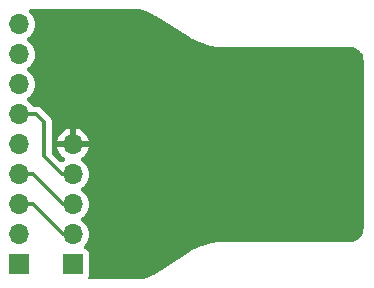
<source format=gbr>
%TF.GenerationSoftware,KiCad,Pcbnew,(6.0.7)*%
%TF.CreationDate,2022-09-05T16:04:27+02:00*%
%TF.ProjectId,autoprobe,6175746f-7072-46f6-9265-2e6b69636164,rev?*%
%TF.SameCoordinates,Original*%
%TF.FileFunction,Copper,L2,Bot*%
%TF.FilePolarity,Positive*%
%FSLAX46Y46*%
G04 Gerber Fmt 4.6, Leading zero omitted, Abs format (unit mm)*
G04 Created by KiCad (PCBNEW (6.0.7)) date 2022-09-05 16:04:27*
%MOMM*%
%LPD*%
G01*
G04 APERTURE LIST*
%TA.AperFunction,ComponentPad*%
%ADD10R,1.700000X1.700000*%
%TD*%
%TA.AperFunction,ComponentPad*%
%ADD11O,1.700000X1.700000*%
%TD*%
%TA.AperFunction,ViaPad*%
%ADD12C,0.800000*%
%TD*%
%TA.AperFunction,Conductor*%
%ADD13C,0.300000*%
%TD*%
G04 APERTURE END LIST*
D10*
%TO.P,J1,1,Pin_1*%
%TO.N,+5V*%
X140705000Y-99655000D03*
D11*
%TO.P,J1,2,Pin_2*%
%TO.N,-5V*%
X140705000Y-97115000D03*
%TO.P,J1,3,Pin_3*%
%TO.N,Offset*%
X140705000Y-94575000D03*
%TO.P,J1,4,Pin_4*%
%TO.N,SDA*%
X140705000Y-92035000D03*
%TO.P,J1,5,Pin_5*%
%TO.N,Net-(J1-Pad5)*%
X140705000Y-89495000D03*
%TO.P,J1,6,Pin_6*%
%TO.N,SCL*%
X140705000Y-86955000D03*
%TO.P,J1,7,Pin_7*%
%TO.N,Net-(J1-Pad7)*%
X140705000Y-84415000D03*
%TO.P,J1,8,Pin_8*%
%TO.N,-12V*%
X140705000Y-81875000D03*
%TO.P,J1,9,Pin_9*%
%TO.N,+12V*%
X140705000Y-79335000D03*
%TD*%
D10*
%TO.P,J2,1,Pin_1*%
%TO.N,+5V*%
X145280000Y-99655000D03*
D11*
%TO.P,J2,2,Pin_2*%
%TO.N,Offset*%
X145280000Y-97115000D03*
%TO.P,J2,3,Pin_3*%
%TO.N,SDA*%
X145280000Y-94575000D03*
%TO.P,J2,4,Pin_4*%
%TO.N,SCL*%
X145280000Y-92035000D03*
%TO.P,J2,5,Pin_5*%
%TO.N,GND*%
X145280000Y-89495000D03*
%TD*%
D12*
%TO.N,GND*%
X153970000Y-85260000D03*
X162270000Y-96530000D03*
X156280000Y-90580000D03*
X166860000Y-86970000D03*
X147750000Y-85260000D03*
X158800000Y-90580000D03*
X158800000Y-93250000D03*
X148880000Y-100050000D03*
X147820000Y-95150000D03*
X148570000Y-79970000D03*
X151290000Y-99080000D03*
X151250000Y-79990000D03*
X166860000Y-91670000D03*
X151290000Y-90580000D03*
X151250000Y-85260000D03*
X147820000Y-90580000D03*
X161530000Y-83100000D03*
X153500000Y-90580000D03*
X156280000Y-83100000D03*
X148520000Y-83100000D03*
X153500000Y-93710000D03*
X158800000Y-83100000D03*
X153970000Y-83100000D03*
X156280000Y-85260000D03*
X153500000Y-98090000D03*
%TD*%
D13*
%TO.N,Offset*%
X144445100Y-97115000D02*
X145280000Y-97115000D01*
X140705000Y-94575000D02*
X141905100Y-94575000D01*
X141905100Y-94575000D02*
X144445100Y-97115000D01*
%TO.N,SDA*%
X144445100Y-94575000D02*
X145280000Y-94575000D01*
X140705000Y-92035000D02*
X141905100Y-92035000D01*
X141905100Y-92035000D02*
X144445100Y-94575000D01*
%TO.N,SCL*%
X142830000Y-90505000D02*
X142830000Y-87605000D01*
X145280000Y-92035000D02*
X144360000Y-92035000D01*
X142180000Y-86955000D02*
X140705000Y-86955000D01*
X142830000Y-87605000D02*
X142180000Y-86955000D01*
X144360000Y-92035000D02*
X142830000Y-90505000D01*
%TD*%
%TA.AperFunction,Conductor*%
%TO.N,GND*%
G36*
X150569959Y-78031793D02*
G01*
X150570020Y-78031006D01*
X150580599Y-78031825D01*
X150590960Y-78034137D01*
X150602497Y-78033387D01*
X150607603Y-78033055D01*
X150634443Y-78033734D01*
X150825087Y-78055853D01*
X150893692Y-78063812D01*
X150908509Y-78066294D01*
X151192423Y-78128707D01*
X151206916Y-78132668D01*
X151483114Y-78223360D01*
X151497135Y-78228761D01*
X151762796Y-78346808D01*
X151776196Y-78353592D01*
X151996249Y-78479302D01*
X152014086Y-78492075D01*
X152019231Y-78495458D01*
X152027183Y-78502488D01*
X152036787Y-78507003D01*
X152036789Y-78507004D01*
X152059089Y-78517487D01*
X152073906Y-78525505D01*
X152287418Y-78657171D01*
X154989209Y-80323276D01*
X155011839Y-80340406D01*
X155019015Y-80347003D01*
X155029288Y-80353866D01*
X155034513Y-80356290D01*
X155039530Y-80359108D01*
X155039513Y-80359139D01*
X155045056Y-80362070D01*
X155397026Y-80572302D01*
X155397042Y-80572311D01*
X155399470Y-80573761D01*
X155784884Y-80765620D01*
X156183840Y-80927443D01*
X156186563Y-80928312D01*
X156186564Y-80928312D01*
X156530232Y-81037942D01*
X156594003Y-81058285D01*
X156596758Y-81058937D01*
X156596763Y-81058938D01*
X157010200Y-81156722D01*
X157010210Y-81156724D01*
X157012971Y-81157377D01*
X157015773Y-81157817D01*
X157015784Y-81157819D01*
X157435484Y-81223700D01*
X157435492Y-81223701D01*
X157438289Y-81224140D01*
X157657119Y-81241498D01*
X157864601Y-81257956D01*
X157864612Y-81257956D01*
X157867468Y-81258183D01*
X157870331Y-81258190D01*
X157870344Y-81258191D01*
X158265724Y-81259223D01*
X158274212Y-81259790D01*
X158274225Y-81259553D01*
X158279962Y-81259862D01*
X158285678Y-81260615D01*
X158291436Y-81260480D01*
X158291440Y-81260480D01*
X158292193Y-81260462D01*
X158298029Y-81260325D01*
X158311794Y-81257850D01*
X158338156Y-81255499D01*
X163887769Y-81255392D01*
X168704481Y-81255299D01*
X168727403Y-81257073D01*
X168733076Y-81257956D01*
X168738335Y-81258775D01*
X168738336Y-81258775D01*
X168748823Y-81260408D01*
X168759353Y-81259031D01*
X168760331Y-81259043D01*
X168790942Y-81258349D01*
X168932174Y-81270333D01*
X168957009Y-81274578D01*
X169116880Y-81316073D01*
X169140644Y-81324442D01*
X169291240Y-81392281D01*
X169313249Y-81404530D01*
X169450269Y-81496780D01*
X169469896Y-81512560D01*
X169589414Y-81626577D01*
X169606104Y-81645443D01*
X169704700Y-81777963D01*
X169717971Y-81799369D01*
X169792827Y-81946606D01*
X169802305Y-81969947D01*
X169851284Y-82127694D01*
X169856691Y-82152290D01*
X169874375Y-82285729D01*
X169874566Y-82301505D01*
X169875427Y-82301475D01*
X169875797Y-82312090D01*
X169874661Y-82322637D01*
X169877173Y-82336670D01*
X169879503Y-82362905D01*
X169879848Y-88789423D01*
X169880266Y-96571051D01*
X169877912Y-96597438D01*
X169875446Y-96611146D01*
X169876575Y-96621706D01*
X169876539Y-96622701D01*
X169876513Y-96653299D01*
X169876044Y-96657620D01*
X169860499Y-96800720D01*
X169855670Y-96825447D01*
X169838403Y-96886068D01*
X169808631Y-96990587D01*
X169799706Y-97014145D01*
X169754492Y-97108519D01*
X169725513Y-97169004D01*
X169712745Y-97190724D01*
X169613522Y-97330866D01*
X169597278Y-97350123D01*
X169536569Y-97410835D01*
X169503255Y-97444151D01*
X169475861Y-97471546D01*
X169456613Y-97487784D01*
X169316455Y-97587027D01*
X169294752Y-97599785D01*
X169139888Y-97673989D01*
X169116338Y-97682912D01*
X168951192Y-97729961D01*
X168926474Y-97734789D01*
X168786439Y-97750007D01*
X168770373Y-97749824D01*
X168770382Y-97750650D01*
X168759767Y-97750771D01*
X168749244Y-97749386D01*
X168738756Y-97751010D01*
X168738755Y-97751010D01*
X168727551Y-97752745D01*
X168704751Y-97754500D01*
X158341106Y-97754500D01*
X158313414Y-97751904D01*
X158308254Y-97750928D01*
X158308251Y-97750928D01*
X158302596Y-97749858D01*
X158296851Y-97749671D01*
X158296847Y-97749671D01*
X158296314Y-97749654D01*
X158290247Y-97749457D01*
X158284528Y-97750158D01*
X158278790Y-97750415D01*
X158278787Y-97750350D01*
X158273102Y-97750749D01*
X157858001Y-97758232D01*
X157855169Y-97758501D01*
X157855164Y-97758501D01*
X157616034Y-97781192D01*
X157427638Y-97799068D01*
X157228766Y-97833449D01*
X157004480Y-97872222D01*
X157004468Y-97872225D01*
X157001660Y-97872710D01*
X156582565Y-97978726D01*
X156579862Y-97979635D01*
X156579858Y-97979636D01*
X156175509Y-98115587D01*
X156175504Y-98115589D01*
X156172809Y-98116495D01*
X156170192Y-98117605D01*
X156170185Y-98117607D01*
X156131968Y-98133807D01*
X155774794Y-98285210D01*
X155390854Y-98483880D01*
X155050582Y-98694423D01*
X155043181Y-98698371D01*
X155043298Y-98698584D01*
X155038256Y-98701358D01*
X155033011Y-98703736D01*
X155028196Y-98706892D01*
X155028192Y-98706894D01*
X155027486Y-98707357D01*
X155022677Y-98710509D01*
X155013315Y-98718966D01*
X154991645Y-98735223D01*
X152097024Y-100520238D01*
X152078970Y-100529052D01*
X152073384Y-100532090D01*
X152063434Y-100535788D01*
X152049913Y-100545862D01*
X152027143Y-100559839D01*
X151797787Y-100673681D01*
X151784272Y-100679573D01*
X151688555Y-100715776D01*
X151516816Y-100780731D01*
X151502764Y-100785263D01*
X151226632Y-100859448D01*
X151212200Y-100862568D01*
X150930071Y-100909061D01*
X150915402Y-100910737D01*
X150667444Y-100926675D01*
X150644856Y-100925821D01*
X150639293Y-100925834D01*
X150628782Y-100924355D01*
X150618279Y-100925885D01*
X150618276Y-100925885D01*
X150604144Y-100927944D01*
X150582666Y-100929500D01*
X146720402Y-100929500D01*
X146645902Y-100909538D01*
X146591364Y-100855000D01*
X146571402Y-100780500D01*
X146580882Y-100728201D01*
X146623851Y-100613580D01*
X146630500Y-100552377D01*
X146630499Y-98757624D01*
X146626300Y-98718966D01*
X146624860Y-98705706D01*
X146624859Y-98705703D01*
X146623851Y-98696420D01*
X146573526Y-98562176D01*
X146487546Y-98447454D01*
X146372824Y-98361474D01*
X146277203Y-98325628D01*
X146214451Y-98280785D01*
X146182527Y-98210573D01*
X146189986Y-98133807D01*
X146224146Y-98080750D01*
X146318495Y-97986401D01*
X146454035Y-97792829D01*
X146553903Y-97578663D01*
X146615063Y-97350408D01*
X146635659Y-97115000D01*
X146635092Y-97108519D01*
X146615630Y-96886068D01*
X146615629Y-96886063D01*
X146615063Y-96879592D01*
X146553903Y-96651337D01*
X146454035Y-96437171D01*
X146318495Y-96243599D01*
X146151401Y-96076505D01*
X145995089Y-95967054D01*
X145945512Y-95907970D01*
X145932119Y-95832014D01*
X145958498Y-95759537D01*
X145995089Y-95722946D01*
X146146075Y-95617224D01*
X146151401Y-95613495D01*
X146318495Y-95446401D01*
X146454035Y-95252829D01*
X146553903Y-95038663D01*
X146615063Y-94810408D01*
X146635659Y-94575000D01*
X146615063Y-94339592D01*
X146553903Y-94111337D01*
X146454035Y-93897171D01*
X146318495Y-93703599D01*
X146151401Y-93536505D01*
X145995089Y-93427054D01*
X145945512Y-93367970D01*
X145932119Y-93292014D01*
X145958498Y-93219537D01*
X145995089Y-93182946D01*
X146146075Y-93077224D01*
X146151401Y-93073495D01*
X146318495Y-92906401D01*
X146454035Y-92712829D01*
X146553903Y-92498663D01*
X146615063Y-92270408D01*
X146635659Y-92035000D01*
X146615063Y-91799592D01*
X146553903Y-91571337D01*
X146454035Y-91357171D01*
X146318495Y-91163599D01*
X146151401Y-90996505D01*
X145994652Y-90886748D01*
X145945075Y-90827664D01*
X145931682Y-90751708D01*
X145958061Y-90679231D01*
X145994652Y-90642640D01*
X146145751Y-90536839D01*
X146155681Y-90528507D01*
X146313512Y-90370676D01*
X146321839Y-90360752D01*
X146449867Y-90177910D01*
X146456351Y-90166678D01*
X146550683Y-89964384D01*
X146555114Y-89952210D01*
X146605559Y-89763948D01*
X146605559Y-89747931D01*
X146600482Y-89745000D01*
X143968980Y-89745000D01*
X143953509Y-89749145D01*
X143951992Y-89754808D01*
X144004886Y-89952210D01*
X144009317Y-89964384D01*
X144103649Y-90166678D01*
X144110133Y-90177910D01*
X144238161Y-90360752D01*
X144246488Y-90370676D01*
X144404319Y-90528507D01*
X144414249Y-90536839D01*
X144565348Y-90642640D01*
X144614925Y-90701724D01*
X144628318Y-90777680D01*
X144601939Y-90850157D01*
X144565348Y-90886747D01*
X144412704Y-90993630D01*
X144340228Y-91020010D01*
X144264271Y-91006617D01*
X144221882Y-90976936D01*
X143524141Y-90279195D01*
X143485577Y-90212400D01*
X143480500Y-90173836D01*
X143480500Y-89242069D01*
X143954441Y-89242069D01*
X143959518Y-89245000D01*
X145010384Y-89245000D01*
X145025855Y-89240855D01*
X145030000Y-89225384D01*
X145530000Y-89225384D01*
X145534145Y-89240855D01*
X145549616Y-89245000D01*
X146591020Y-89245000D01*
X146606491Y-89240855D01*
X146608008Y-89235192D01*
X146555114Y-89037790D01*
X146550683Y-89025616D01*
X146456351Y-88823322D01*
X146449867Y-88812090D01*
X146321839Y-88629248D01*
X146313512Y-88619324D01*
X146155681Y-88461493D01*
X146145743Y-88453155D01*
X145962911Y-88325133D01*
X145951683Y-88318650D01*
X145749384Y-88224317D01*
X145737210Y-88219886D01*
X145548948Y-88169441D01*
X145532931Y-88169441D01*
X145530000Y-88174518D01*
X145530000Y-89225384D01*
X145030000Y-89225384D01*
X145030000Y-88183980D01*
X145025855Y-88168509D01*
X145020192Y-88166992D01*
X144822790Y-88219886D01*
X144810616Y-88224317D01*
X144608322Y-88318649D01*
X144597090Y-88325133D01*
X144414248Y-88453161D01*
X144404324Y-88461488D01*
X144246488Y-88619324D01*
X144238161Y-88629248D01*
X144110133Y-88812090D01*
X144103649Y-88823322D01*
X144009317Y-89025616D01*
X144004886Y-89037790D01*
X143954441Y-89226052D01*
X143954441Y-89242069D01*
X143480500Y-89242069D01*
X143480500Y-87685154D01*
X143480998Y-87674586D01*
X143482760Y-87666704D01*
X143481511Y-87626940D01*
X143480574Y-87597138D01*
X143480500Y-87592458D01*
X143480500Y-87564075D01*
X143479914Y-87559437D01*
X143479641Y-87555092D01*
X143478995Y-87546881D01*
X143477893Y-87511804D01*
X143477893Y-87511801D01*
X143477598Y-87502431D01*
X143472224Y-87483934D01*
X143467484Y-87461043D01*
X143466246Y-87451241D01*
X143466246Y-87451239D01*
X143465071Y-87441942D01*
X143461621Y-87433229D01*
X143461620Y-87433224D01*
X143448698Y-87400586D01*
X143444152Y-87387309D01*
X143442512Y-87381665D01*
X143431744Y-87344602D01*
X143421940Y-87328024D01*
X143411657Y-87307034D01*
X143408019Y-87297845D01*
X143404568Y-87289129D01*
X143378425Y-87253146D01*
X143370725Y-87241424D01*
X143352854Y-87211205D01*
X143352852Y-87211202D01*
X143348081Y-87203135D01*
X143334466Y-87189520D01*
X143319281Y-87171741D01*
X143313472Y-87163745D01*
X143313470Y-87163743D01*
X143307963Y-87156163D01*
X143273696Y-87127815D01*
X143263313Y-87118367D01*
X142696647Y-86551701D01*
X142689529Y-86543879D01*
X142685202Y-86537060D01*
X142678368Y-86530643D01*
X142678366Y-86530640D01*
X142634479Y-86489428D01*
X142631117Y-86486171D01*
X142611035Y-86466089D01*
X142607341Y-86463223D01*
X142604084Y-86460352D01*
X142597812Y-86454995D01*
X142572227Y-86430969D01*
X142572225Y-86430967D01*
X142565393Y-86424552D01*
X142548515Y-86415274D01*
X142528983Y-86402443D01*
X142513764Y-86390638D01*
X142505159Y-86386914D01*
X142505155Y-86386912D01*
X142472951Y-86372977D01*
X142460352Y-86366805D01*
X142421368Y-86345373D01*
X142411959Y-86342957D01*
X142402712Y-86340583D01*
X142380594Y-86333011D01*
X142362926Y-86325365D01*
X142353670Y-86323899D01*
X142353667Y-86323898D01*
X142319010Y-86318409D01*
X142305266Y-86315563D01*
X142271257Y-86306831D01*
X142271254Y-86306831D01*
X142262177Y-86304500D01*
X142242921Y-86304500D01*
X142219611Y-86302665D01*
X142209853Y-86301119D01*
X142209850Y-86301119D01*
X142200595Y-86299653D01*
X142168733Y-86302665D01*
X142156314Y-86303839D01*
X142142291Y-86304500D01*
X141975736Y-86304500D01*
X141901236Y-86284538D01*
X141853682Y-86240963D01*
X141747224Y-86088925D01*
X141743495Y-86083599D01*
X141576401Y-85916505D01*
X141420089Y-85807054D01*
X141370512Y-85747970D01*
X141357119Y-85672014D01*
X141383498Y-85599537D01*
X141420089Y-85562946D01*
X141571075Y-85457224D01*
X141576401Y-85453495D01*
X141743495Y-85286401D01*
X141879035Y-85092829D01*
X141978903Y-84878663D01*
X142040063Y-84650408D01*
X142060659Y-84415000D01*
X142040063Y-84179592D01*
X141978903Y-83951337D01*
X141879035Y-83737171D01*
X141743495Y-83543599D01*
X141576401Y-83376505D01*
X141420089Y-83267054D01*
X141370512Y-83207970D01*
X141357119Y-83132014D01*
X141383498Y-83059537D01*
X141420089Y-83022946D01*
X141571075Y-82917224D01*
X141576401Y-82913495D01*
X141743495Y-82746401D01*
X141879035Y-82552829D01*
X141978903Y-82338663D01*
X142028840Y-82152294D01*
X142038381Y-82116687D01*
X142038382Y-82116682D01*
X142040063Y-82110408D01*
X142048639Y-82012393D01*
X142060092Y-81881481D01*
X142060659Y-81875000D01*
X142053056Y-81788102D01*
X142040630Y-81646068D01*
X142040629Y-81646063D01*
X142040063Y-81639592D01*
X141978903Y-81411337D01*
X141879035Y-81197171D01*
X141743495Y-81003599D01*
X141576401Y-80836505D01*
X141420089Y-80727054D01*
X141370512Y-80667970D01*
X141357119Y-80592014D01*
X141383498Y-80519537D01*
X141420089Y-80482946D01*
X141571075Y-80377224D01*
X141576401Y-80373495D01*
X141743495Y-80206401D01*
X141879035Y-80012829D01*
X141978903Y-79798663D01*
X142040063Y-79570408D01*
X142060659Y-79335000D01*
X142040063Y-79099592D01*
X141978903Y-78871337D01*
X141879035Y-78657171D01*
X141743495Y-78463599D01*
X141576401Y-78296505D01*
X141571908Y-78293359D01*
X141527867Y-78230460D01*
X141521145Y-78153626D01*
X141553741Y-78083724D01*
X141616921Y-78039486D01*
X141667881Y-78030500D01*
X150558241Y-78030500D01*
X150569959Y-78031793D01*
G37*
%TD.AperFunction*%
%TD*%
M02*

</source>
